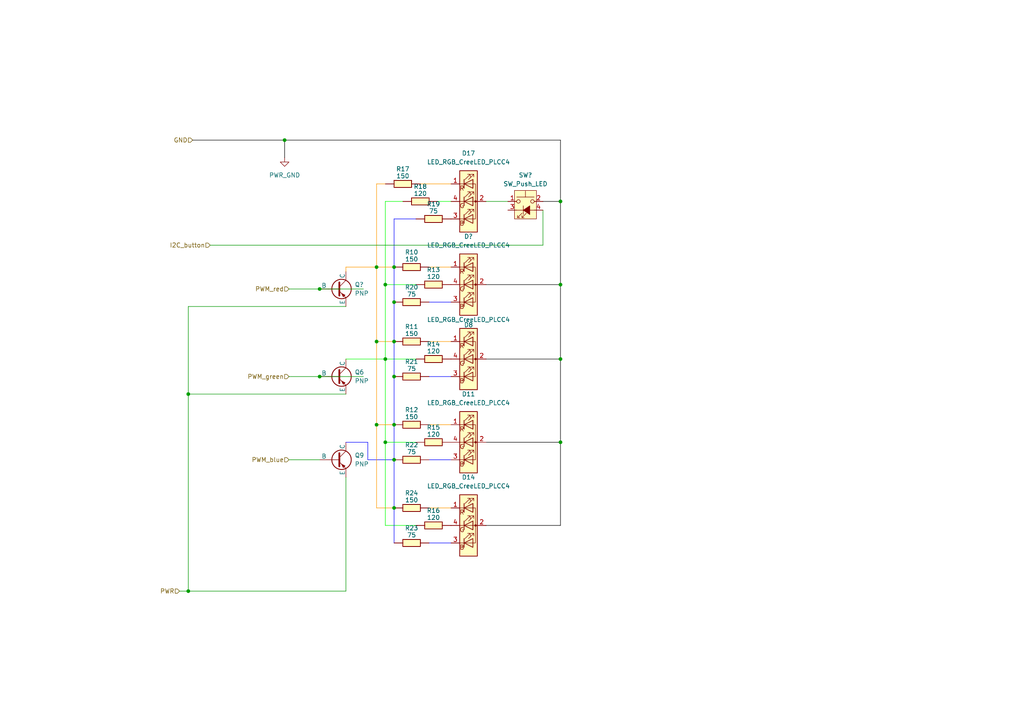
<source format=kicad_sch>
(kicad_sch (version 20231120) (generator "eeschema") (generator_version "8.0")
  (paper "A4")
  (lib_symbols
    (symbol "Fab:LED_RGB_CreeLED_PLCC4" (pin_names (offset 0) hide)
      (property "Reference" "D" (at 0 10.16 0))
      (property "Value" "LED_RGB_CreeLED_PLCC4" (at 0 -10.16 0))
      (symbol "LED_RGB_CreeLED_PLCC4_0_0"
        (text "B" (at -1.905 -6.35 0) (effects (font (size 1.27 1.27))))
        (text "G" (at -1.905 -1.27 0) (effects (font (size 1.27 1.27))))
        (text "R" (at -1.905 3.81 0) (effects (font (size 1.27 1.27))))
      )
      (symbol "LED_RGB_CreeLED_PLCC4_0_1"
        (rectangle (start -2.54 8.89) (end 2.54 -8.89) (stroke (width 0.254)) (fill (type background)))
        (polyline (pts (xy -1.27 -5.08) (xy -2.54 -5.08)))
        (polyline (pts (xy -1.27 -5.08) (xy 1.27 -5.08)))
        (polyline (pts (xy -1.27 -3.81) (xy -1.27 -6.35)))
        (polyline (pts (xy -1.27 -3.81) (xy -1.27 -6.35)) (stroke (width 0.2032)))
        (polyline (pts (xy -1.27 0) (xy -2.54 0)))
        (polyline (pts (xy -1.27 0) (xy 1.27 0)))
        (polyline (pts (xy -1.27 1.27) (xy -1.27 -1.27)) (stroke (width 0.2032)))
        (polyline (pts (xy -1.27 5.08) (xy -2.54 5.08)))
        (polyline (pts (xy -1.27 6.35) (xy -1.27 3.81)) (stroke (width 0.2032)))
        (polyline (pts (xy 1.27 0) (xy 2.54 0)))
        (polyline (pts (xy 1.27 5.08) (xy -1.27 5.08)))
        (polyline (pts (xy -1.27 1.27) (xy -1.27 -1.27) (xy -1.27 -1.27)))
        (polyline (pts (xy -1.27 6.35) (xy -1.27 3.81) (xy -1.27 3.81)))
        (polyline (pts (xy 1.27 -5.08) (xy 2.032 -5.08) (xy 2.032 5.08) (xy 1.27 5.08)))
        (polyline (pts (xy 1.27 -3.81) (xy 1.27 -6.35) (xy -1.27 -5.08) (xy 1.27 -3.81)) (stroke (width 0.2032)))
        (polyline (pts (xy 1.27 1.27) (xy 1.27 -1.27) (xy -1.27 0) (xy 1.27 1.27)) (stroke (width 0.2032)))
        (polyline (pts (xy 1.27 6.35) (xy 1.27 3.81) (xy -1.27 5.08) (xy 1.27 6.35)) (stroke (width 0.2032)))
        (polyline (pts (xy -1.016 -3.81) (xy 0.508 -2.286) (xy -0.254 -2.286) (xy 0.508 -2.286) (xy 0.508 -3.048)))
        (polyline (pts (xy -1.016 1.27) (xy 0.508 2.794) (xy -0.254 2.794) (xy 0.508 2.794) (xy 0.508 2.032)))
        (polyline (pts (xy -1.016 6.35) (xy 0.508 7.874) (xy -0.254 7.874) (xy 0.508 7.874) (xy 0.508 7.112)))
        (polyline (pts (xy 0 -3.81) (xy 1.524 -2.286) (xy 0.762 -2.286) (xy 1.524 -2.286) (xy 1.524 -3.048)))
        (polyline (pts (xy 0 1.27) (xy 1.524 2.794) (xy 0.762 2.794) (xy 1.524 2.794) (xy 1.524 2.032)))
        (polyline (pts (xy 0 6.35) (xy 1.524 7.874) (xy 0.762 7.874) (xy 1.524 7.874) (xy 1.524 7.112)))
        (rectangle (start 1.27 -1.27) (end 1.27 1.27))
        (rectangle (start 1.27 1.27) (end 1.27 1.27))
        (rectangle (start 1.27 3.81) (end 1.27 6.35))
        (rectangle (start 1.27 6.35) (end 1.27 6.35))
        (circle (center 2.032 0) (radius 0.254) (fill (type outline)))
      )
      (symbol "LED_RGB_CreeLED_PLCC4_1_1"
        (pin passive line (at -5.08 5.08 0) (length 2.54) (name "RK") (number "1"))
        (pin passive line (at 5.08 0 180) (length 2.54) (name "A") (number "2"))
        (pin passive line (at -5.08 -5.08 0) (length 2.54) (name "BK") (number "3"))
        (pin passive line (at -5.08 0 0) (length 2.54) (name "GK") (number "4"))
      )
    )
    (symbol "Fab:PWR_GND" (power) (pin_names (offset 0))
      (property "Value" "PWR_GND" (at 0 -3.81 0))
      (symbol "PWR_GND_0_1"
        (polyline (pts (xy 0 0) (xy 0 -1.27) (xy 1.27 -1.27) (xy 0 -2.54) (xy -1.27 -1.27) (xy 0 -1.27)))
      )
      (symbol "PWR_GND_1_1"
        (pin power_in line (at 0 0 270) (length 0) hide (name "PWR_GND") (number "1"))
      )
    )
    (symbol "Fab:R_1206" (pin_numbers hide) (pin_names (offset 0))
      (property "Reference" "R" (at 2.54 0 90))
      (property "Value" "R_1206" (at -2.54 0 90))
      (symbol "R_1206_0_1"
        (rectangle (start -1.016 -2.54) (end 1.016 2.54) (stroke (width 0.254)) (fill (type background)))
      )
      (symbol "R_1206_1_1"
        (pin passive line (at 0 5.08 270) (length 2.54) (name "~") (number "1"))
        (pin passive line (at 0 -5.08 90) (length 2.54) (name "~") (number "2"))
      )
    )
    (symbol "Simulation_SPICE:PNP" (pin_numbers hide) (pin_names (offset 0))
      (property "Reference" "Q" (at -2.54 7.62 0))
      (property "Value" "PNP" (at -2.54 5.08 0))
      (symbol "PNP_0_1"
        (polyline (pts (xy -2.54 0) (xy 0.635 0)) (stroke (width 0.1524)))
        (polyline (pts (xy 0.635 0.635) (xy 2.54 2.54)))
        (polyline (pts (xy 0.635 -0.635) (xy 2.54 -2.54) (xy 2.54 -2.54)))
        (polyline (pts (xy 0.635 1.905) (xy 0.635 -1.905) (xy 0.635 -1.905)) (stroke (width 0.508)))
        (polyline (pts (xy 2.286 -1.778) (xy 1.778 -2.286) (xy 1.27 -1.27) (xy 2.286 -1.778) (xy 2.286 -1.778)) (fill (type outline)))
        (circle (center 1.27 0) (radius 2.8194) (stroke (width 0.254)))
      )
      (symbol "PNP_1_1"
        (pin open_collector line (at 2.54 5.08 270) (length 2.54) (name "C") (number "1"))
        (pin input line (at -5.08 0 0) (length 2.54) (name "B") (number "2"))
        (pin open_emitter line (at 2.54 -5.08 90) (length 2.54) (name "E") (number "3"))
      )
    )
    (symbol "Switch:SW_Push_LED" (pin_names (offset 1.016) hide)
      (property "Reference" "SW" (at 0 7.62 0))
      (property "Value" "SW_Push_LED" (at 0 -3.81 0))
      (symbol "SW_Push_LED_0_0"
        (polyline (pts (xy -2.54 0) (xy 2.54 0)))
        (polyline (pts (xy -2.286 -2.159) (xy -1.016 -0.889)))
        (polyline (pts (xy -1.016 -2.159) (xy 0.254 -0.889)))
        (polyline (pts (xy -0.635 1.27) (xy -0.635 -1.27)))
        (polyline (pts (xy -2.286 -1.524) (xy -2.286 -2.159) (xy -1.651 -2.159)))
        (polyline (pts (xy -1.016 -1.524) (xy -1.016 -2.159) (xy -0.381 -2.159)))
        (polyline (pts (xy -0.635 0) (xy 1.27 1.27) (xy 1.27 -1.27) (xy -0.635 0)) (fill (type outline)))
      )
      (symbol "SW_Push_LED_0_1"
        (circle (center -2.032 2.54) (radius 0.508))
        (polyline (pts (xy 0 3.81) (xy 0 5.588)))
        (polyline (pts (xy 2.54 3.81) (xy -2.54 3.81)))
        (circle (center 2.032 2.54) (radius 0.508))
        (pin passive line (at -5.08 2.54 0) (length 2.54) (name "1") (number "1"))
        (pin passive line (at 5.08 2.54 180) (length 2.54) (name "2") (number "2"))
        (pin passive line (at -5.08 0 0) (length 2.54) (name "K") (number "3"))
        (pin passive line (at 5.08 0 180) (length 2.54) (name "A") (number "4"))
      )
      (symbol "SW_Push_LED_1_1"
        (rectangle (start -3.175 5.715) (end 3.175 -2.54) (fill (type background)))
      )
    )
  )
  (junction (at 109.22 99.06))
  (junction (at 114.3 123.19))
  (junction (at 162.56 58.42))
  (junction (at 111.76 128.27))
  (junction (at 109.22 77.47))
  (junction (at 114.3 109.22))
  (junction (at 111.76 82.55))
  (junction (at 114.3 87.63))
  (junction (at 162.56 82.55))
  (junction (at 54.61 114.3))
  (junction (at 54.61 171.45))
  (junction (at 162.56 104.14))
  (junction (at 114.3 147.32))
  (junction (at 162.56 128.27))
  (junction (at 109.22 123.19))
  (junction (at 114.3 99.06))
  (junction (at 92.71 109.22))
  (junction (at 114.3 77.47))
  (junction (at 111.76 104.14))
  (junction (at 92.71 83.82))
  (junction (at 114.3 133.35))
  (junction (at 82.55 40.64))
  (wire (pts (xy 111.76 128.27) (xy 111.76 152.4)) (stroke (width 0) (color 0 255 0 1)))
  (wire (pts (xy 157.48 71.12) (xy 157.48 60.96)))
  (wire (pts (xy 100.33 171.45) (xy 100.33 138.43)))
  (wire (pts (xy 162.56 128.27) (xy 162.56 152.4)) (stroke (width 0) (color 0 0 0 1)))
  (wire (pts (xy 109.22 99.06) (xy 114.3 99.06)) (stroke (width 0) (color 255 153 0 1)))
  (wire (pts (xy 106.68 133.35) (xy 114.3 133.35)) (stroke (width 0) (color 0 0 255 1)))
  (wire (pts (xy 124.46 133.35) (xy 130.81 133.35)) (stroke (width 0) (color 0 0 255 1)))
  (wire (pts (xy 130.81 58.42) (xy 127 58.42)) (stroke (width 0) (color 0 255 0 1)))
  (wire (pts (xy 124.46 77.47) (xy 130.81 77.47)) (stroke (width 0) (color 255 153 0 1)))
  (wire (pts (xy 140.97 58.42) (xy 147.32 58.42)))
  (wire (pts (xy 109.22 77.47) (xy 114.3 77.47)) (stroke (width 0) (color 255 153 0 1)))
  (wire (pts (xy 100.33 77.47) (xy 109.22 77.47)) (stroke (width 0) (color 255 153 0 1)))
  (wire (pts (xy 162.56 128.27) (xy 140.97 128.27)) (stroke (width 0) (color 0 0 0 1)))
  (wire (pts (xy 114.3 77.47) (xy 114.3 87.63)) (stroke (width 0) (color 0 0 255 1)))
  (wire (pts (xy 83.82 83.82) (xy 92.71 83.82)))
  (wire (pts (xy 54.61 171.45) (xy 54.61 114.3)))
  (wire (pts (xy 52.07 171.45) (xy 54.61 171.45)))
  (wire (pts (xy 114.3 123.19) (xy 114.3 133.35)) (stroke (width 0) (color 0 0 255 1)))
  (wire (pts (xy 105.41 109.22) (xy 92.71 109.22)))
  (wire (pts (xy 54.61 171.45) (xy 100.33 171.45)))
  (wire (pts (xy 124.46 87.63) (xy 130.81 87.63)) (stroke (width 0) (color 0 0 255 1)))
  (wire (pts (xy 106.68 128.27) (xy 106.68 133.35)) (stroke (width 0) (color 0 0 255 1)))
  (wire (pts (xy 54.61 114.3) (xy 54.61 88.9)))
  (wire (pts (xy 114.3 63.5) (xy 114.3 77.47)) (stroke (width 0) (color 0 0 255 1)))
  (wire (pts (xy 109.22 123.19) (xy 109.22 99.06)) (stroke (width 0) (color 255 153 0 1)))
  (wire (pts (xy 100.33 78.74) (xy 100.33 77.47)) (stroke (width 0) (color 255 153 0 1)))
  (wire (pts (xy 111.76 104.14) (xy 111.76 128.27)) (stroke (width 0) (color 0 255 0 1)))
  (wire (pts (xy 83.82 109.22) (xy 92.71 109.22)))
  (wire (pts (xy 120.65 63.5) (xy 114.3 63.5)) (stroke (width 0) (color 0 0 255 1)))
  (wire (pts (xy 109.22 123.19) (xy 114.3 123.19)) (stroke (width 0) (color 255 153 0 1)))
  (wire (pts (xy 83.82 133.35) (xy 92.71 133.35)))
  (wire (pts (xy 114.3 147.32) (xy 109.22 147.32)) (stroke (width 0) (color 255 153 0 1)))
  (wire (pts (xy 140.97 104.14) (xy 162.56 104.14)) (stroke (width 0) (color 0 0 0 1)))
  (wire (pts (xy 114.3 99.06) (xy 114.3 109.22)) (stroke (width 0) (color 0 0 255 1)))
  (wire (pts (xy 114.3 109.22) (xy 114.3 123.19)) (stroke (width 0) (color 0 0 255 1)))
  (wire (pts (xy 140.97 82.55) (xy 162.56 82.55)) (stroke (width 0) (color 0 0 0 1)))
  (wire (pts (xy 121.92 53.34) (xy 130.81 53.34)) (stroke (width 0) (color 255 153 0 1)))
  (wire (pts (xy 111.76 104.14) (xy 120.65 104.14)) (stroke (width 0) (color 0 255 0 1)))
  (wire (pts (xy 55.88 40.64) (xy 82.55 40.64)) (stroke (width 0) (color 0 0 0 1)))
  (wire (pts (xy 114.3 133.35) (xy 114.3 147.32)) (stroke (width 0) (color 0 0 255 1)))
  (wire (pts (xy 162.56 104.14) (xy 162.56 128.27)) (stroke (width 0) (color 0 0 0 1)))
  (wire (pts (xy 109.22 53.34) (xy 109.22 77.47)) (stroke (width 0) (color 255 153 0 1)))
  (wire (pts (xy 124.46 157.48) (xy 130.81 157.48)) (stroke (width 0) (color 0 0 255 1)))
  (wire (pts (xy 54.61 88.9) (xy 100.33 88.9)))
  (wire (pts (xy 109.22 99.06) (xy 109.22 77.47)) (stroke (width 0) (color 255 153 0 1)))
  (wire (pts (xy 124.46 109.22) (xy 130.81 109.22)) (stroke (width 0) (color 0 0 255 1)))
  (wire (pts (xy 130.81 147.32) (xy 124.46 147.32)) (stroke (width 0) (color 255 153 0 1)))
  (wire (pts (xy 82.55 40.64) (xy 162.56 40.64)) (stroke (width 0) (color 0 0 0 1)))
  (wire (pts (xy 109.22 147.32) (xy 109.22 123.19)) (stroke (width 0) (color 255 153 0 1)))
  (wire (pts (xy 54.61 114.3) (xy 100.33 114.3)))
  (wire (pts (xy 162.56 152.4) (xy 140.97 152.4)) (stroke (width 0) (color 0 0 0 1)))
  (wire (pts (xy 111.76 58.42) (xy 111.76 82.55)) (stroke (width 0) (color 0 255 0 1)))
  (wire (pts (xy 162.56 58.42) (xy 162.56 82.55)) (stroke (width 0) (color 0 0 0 1)))
  (wire (pts (xy 60.96 71.12) (xy 157.48 71.12)))
  (wire (pts (xy 109.22 53.34) (xy 111.76 53.34)) (stroke (width 0) (color 255 153 0 1)))
  (wire (pts (xy 114.3 147.32) (xy 114.3 157.48)) (stroke (width 0) (color 0 0 255 1)))
  (wire (pts (xy 100.33 128.27) (xy 106.68 128.27)) (stroke (width 0) (color 0 0 255 1)))
  (wire (pts (xy 116.84 58.42) (xy 111.76 58.42)) (stroke (width 0) (color 0 255 0 1)))
  (wire (pts (xy 111.76 82.55) (xy 120.65 82.55)) (stroke (width 0) (color 0 255 0 1)))
  (wire (pts (xy 82.55 40.64) (xy 82.55 45.72)) (stroke (width 0) (color 0 0 0 1)))
  (wire (pts (xy 162.56 82.55) (xy 162.56 104.14)) (stroke (width 0) (color 0 0 0 1)))
  (wire (pts (xy 124.46 123.19) (xy 130.81 123.19)) (stroke (width 0) (color 255 153 0 1)))
  (wire (pts (xy 111.76 82.55) (xy 111.76 104.14)) (stroke (width 0) (color 0 255 0 1)))
  (wire (pts (xy 157.48 58.42) (xy 162.56 58.42)) (stroke (width 0) (color 0 0 0 1)))
  (wire (pts (xy 162.56 40.64) (xy 162.56 58.42)) (stroke (width 0) (color 0 0 0 1)))
  (wire (pts (xy 111.76 128.27) (xy 120.65 128.27)) (stroke (width 0) (color 0 255 0 1)))
  (wire (pts (xy 124.46 99.06) (xy 130.81 99.06)) (stroke (width 0) (color 255 153 0 1)))
  (wire (pts (xy 111.76 152.4) (xy 120.65 152.4)) (stroke (width 0) (color 0 255 0 1)))
  (wire (pts (xy 114.3 87.63) (xy 114.3 99.06)) (stroke (width 0) (color 0 0 255 1)))
  (wire (pts (xy 100.33 104.14) (xy 111.76 104.14)) (stroke (width 0) (color 0 255 0 1)))
  (wire (pts (xy 105.41 83.82) (xy 92.71 83.82)))
  (hierarchical_label "PWR" (shape input) (at 52.07 171.45 180))
  (hierarchical_label "PWM_red" (shape input) (at 83.82 83.82 180))
  (hierarchical_label "I2C_button" (shape input) (at 60.96 71.12 180))
  (hierarchical_label "PWM_blue" (shape input) (at 83.82 133.35 180))
  (hierarchical_label "GND" (shape input) (at 55.88 40.64 180))
  (hierarchical_label "PWM_green" (shape input) (at 83.82 109.22 180))
  (symbol (lib_id "Fab:R_1206") (at 119.38 147.32 90) (unit 1)
    (property "Reference" "R24" (at 119.38 143.002 90))
    (property "Value" "150" (at 119.38 145.034 90))
    (property "Footprint" "fab:R_1206" (effects (hide yes)))
    (property "Description" "Resistor" (effects (hide yes)))
  )
  (symbol (lib_id "Fab:R_1206") (at 119.38 109.22 90) (unit 1)
    (property "Reference" "R21" (at 119.38 104.902 90))
    (property "Value" "75" (at 119.38 106.934 90))
    (property "Footprint" "fab:R_1206" (effects (hide yes)))
    (property "Description" "Resistor" (effects (hide yes)))
  )
  (symbol (lib_id "Fab:R_1206") (at 116.84 53.34 90) (unit 1)
    (property "Reference" "R17" (at 116.84 49.022 90))
    (property "Value" "150" (at 116.84 51.054 90))
    (property "Footprint" "fab:R_1206" (effects (hide yes)))
    (property "Description" "Resistor" (effects (hide yes)))
  )
  (symbol (lib_id "Fab:LED_RGB_CreeLED_PLCC4") (at 135.89 128.27 0) (unit 1)
    (property "Reference" "D11" (at 135.89 114.3 0))
    (property "Value" "LED_RGB_CreeLED_PLCC4" (at 135.89 116.84 0))
    (property "Footprint" "fab:LED_RGB_CreeLED_CLV1A-FKB" (effects (hide yes)))
    (property "Datasheet" "https://assets.cree-led.com/a/ds/h/HB-CLV1A-FKB.pdf" (effects (hide yes)))
    (property "Description" "LED RGB 4PLCC SMD" (effects (hide yes)))
  )
  (symbol (lib_id "Fab:R_1206") (at 125.73 63.5 90) (unit 1)
    (property "Reference" "R19" (at 125.73 59.182 90))
    (property "Value" "75" (at 125.73 61.214 90))
    (property "Footprint" "fab:R_1206" (effects (hide yes)))
    (property "Description" "Resistor" (effects (hide yes)))
  )
  (symbol (lib_id "Fab:LED_RGB_CreeLED_PLCC4") (at 135.89 82.55 0) (unit 1)
    (property "Reference" "D?" (at 135.89 68.58 0))
    (property "Value" "LED_RGB_CreeLED_PLCC4" (at 135.89 71.12 0))
    (property "Footprint" "fab:LED_RGB_CreeLED_CLV1A-FKB" (effects (hide yes)))
    (property "Datasheet" "https://assets.cree-led.com/a/ds/h/HB-CLV1A-FKB.pdf" (effects (hide yes)))
    (property "Description" "LED RGB 4PLCC SMD" (effects (hide yes)))
  )
  (symbol (lib_id "Fab:R_1206") (at 119.38 157.48 90) (unit 1)
    (property "Reference" "R23" (at 119.38 153.162 90))
    (property "Value" "75" (at 119.38 155.194 90))
    (property "Footprint" "fab:R_1206" (effects (hide yes)))
    (property "Description" "Resistor" (effects (hide yes)))
  )
  (symbol (lib_id "Fab:LED_RGB_CreeLED_PLCC4") (at 135.89 104.14 0) (unit 1)
    (property "Reference" "D8" (at 135.89 94.234 0))
    (property "Value" "LED_RGB_CreeLED_PLCC4" (at 135.89 92.71 0))
    (property "Footprint" "fab:LED_RGB_CreeLED_CLV1A-FKB" (effects (hide yes)))
    (property "Datasheet" "https://assets.cree-led.com/a/ds/h/HB-CLV1A-FKB.pdf" (effects (hide yes)))
    (property "Description" "LED RGB 4PLCC SMD" (effects (hide yes)))
  )
  (symbol (lib_id "Fab:R_1206") (at 119.38 123.19 90) (unit 1)
    (property "Reference" "R12" (at 119.38 118.872 90))
    (property "Value" "150" (at 119.38 120.904 90))
    (property "Footprint" "fab:R_1206" (effects (hide yes)))
    (property "Description" "Resistor" (effects (hide yes)))
  )
  (symbol (lib_id "Fab:R_1206") (at 125.73 82.55 90) (unit 1)
    (property "Reference" "R13" (at 125.73 78.232 90))
    (property "Value" "120" (at 125.73 80.264 90))
    (property "Footprint" "fab:R_1206" (effects (hide yes)))
    (property "Description" "Resistor" (effects (hide yes)))
  )
  (symbol (lib_id "Fab:R_1206") (at 119.38 133.35 90) (unit 1)
    (property "Reference" "R22" (at 119.38 129.032 90))
    (property "Value" "75" (at 119.38 131.064 90))
    (property "Footprint" "fab:R_1206" (effects (hide yes)))
    (property "Description" "Resistor" (effects (hide yes)))
  )
  (symbol (lib_id "Fab:LED_RGB_CreeLED_PLCC4") (at 135.89 152.4 0) (unit 1)
    (property "Reference" "D14" (at 135.89 138.43 0))
    (property "Value" "LED_RGB_CreeLED_PLCC4" (at 135.89 140.97 0))
    (property "Footprint" "fab:LED_RGB_CreeLED_CLV1A-FKB" (effects (hide yes)))
    (property "Datasheet" "https://assets.cree-led.com/a/ds/h/HB-CLV1A-FKB.pdf" (effects (hide yes)))
    (property "Description" "LED RGB 4PLCC SMD" (effects (hide yes)))
  )
  (symbol (lib_id "Fab:R_1206") (at 125.73 152.4 90) (unit 1)
    (property "Reference" "R16" (at 125.73 148.082 90))
    (property "Value" "120" (at 125.73 150.114 90))
    (property "Footprint" "fab:R_1206" (effects (hide yes)))
    (property "Description" "Resistor" (effects (hide yes)))
  )
  (symbol (lib_id "Fab:LED_RGB_CreeLED_PLCC4") (at 135.89 58.42 0) (unit 1)
    (property "Reference" "D17" (at 135.89 44.45 0))
    (property "Value" "LED_RGB_CreeLED_PLCC4" (at 135.89 46.99 0))
    (property "Footprint" "fab:LED_RGB_CreeLED_CLV1A-FKB" (effects (hide yes)))
    (property "Datasheet" "https://assets.cree-led.com/a/ds/h/HB-CLV1A-FKB.pdf" (effects (hide yes)))
    (property "Description" "LED RGB 4PLCC SMD" (effects (hide yes)))
  )
  (symbol (lib_id "Fab:R_1206") (at 119.38 87.63 90) (unit 1)
    (property "Reference" "R20" (at 119.38 83.312 90))
    (property "Value" "75" (at 119.38 85.344 90))
    (property "Footprint" "fab:R_1206" (effects (hide yes)))
    (property "Description" "Resistor" (effects (hide yes)))
  )
  (symbol (lib_id "Switch:SW_Push_LED") (at 152.4 60.96 0) (unit 1)
    (property "Reference" "SW?" (at 152.4 50.8 0))
    (property "Value" "SW_Push_LED" (at 152.4 53.34 0))
    (property "Description" "Push button switch with LED, generic" (effects (hide yes)))
  )
  (symbol (lib_id "Fab:R_1206") (at 125.73 128.27 90) (unit 1)
    (property "Reference" "R15" (at 125.73 123.952 90))
    (property "Value" "120" (at 125.73 125.984 90))
    (property "Footprint" "fab:R_1206" (effects (hide yes)))
    (property "Description" "Resistor" (effects (hide yes)))
  )
  (symbol (lib_id "Fab:R_1206") (at 119.38 99.06 90) (unit 1)
    (property "Reference" "R11" (at 119.38 94.742 90))
    (property "Value" "150" (at 119.38 96.774 90))
    (property "Footprint" "fab:R_1206" (effects (hide yes)))
    (property "Description" "Resistor" (effects (hide yes)))
  )
  (symbol (lib_id "Fab:R_1206") (at 119.38 77.47 90) (unit 1)
    (property "Reference" "R10" (at 119.38 73.152 90))
    (property "Value" "150" (at 119.38 75.184 90))
    (property "Footprint" "fab:R_1206" (effects (hide yes)))
    (property "Description" "Resistor" (effects (hide yes)))
  )
  (symbol (lib_id "Simulation_SPICE:PNP") (at 97.79 109.22 0) (unit 1)
    (property "Reference" "Q6" (at 102.87 107.9499 0) (effects (justify left)))
    (property "Value" "PNP" (at 102.87 110.4899 0) (effects (justify left)))
    (property "Datasheet" "https://ngspice.sourceforge.io/docs/ngspice-html-manual/manual.xhtml#cha_BJTs" (effects (hide yes)))
    (property "Description" "Bipolar transistor symbol for simulation only, substrate tied to the emitter" (effects (hide yes)))
    (property "Sim.Device" "PNP" (effects (hide yes)))
    (property "Sim.Type" "GUMMELPOON" (effects (hide yes)))
    (property "Sim.Pins" "1=C 2=B 3=E" (effects (hide yes)))
  )
  (symbol (lib_id "Fab:PWR_GND") (at 82.55 45.72 0) (unit 1)
    (property "Reference" "#PWR?" (effects (hide yes)))
    (property "Value" "PWR_GND" (at 82.55 50.8 0))
    (property "Description" "Power symbol creates a global label with name \"GND\" , ground" (effects (hide yes)))
  )
  (symbol (lib_id "Simulation_SPICE:PNP") (at 97.79 83.82 0) (unit 1)
    (property "Reference" "Q?" (at 102.87 82.5499 0) (effects (justify left)))
    (property "Value" "PNP" (at 102.87 85.0899 0) (effects (justify left)))
    (property "Datasheet" "https://ngspice.sourceforge.io/docs/ngspice-html-manual/manual.xhtml#cha_BJTs" (effects (hide yes)))
    (property "Description" "Bipolar transistor symbol for simulation only, substrate tied to the emitter" (effects (hide yes)))
    (property "Sim.Device" "PNP" (effects (hide yes)))
    (property "Sim.Type" "GUMMELPOON" (effects (hide yes)))
    (property "Sim.Pins" "1=C 2=B 3=E" (effects (hide yes)))
  )
  (symbol (lib_id "Fab:R_1206") (at 121.92 58.42 90) (unit 1)
    (property "Reference" "R18" (at 121.92 54.102 90))
    (property "Value" "120" (at 121.92 56.134 90))
    (property "Footprint" "fab:R_1206" (effects (hide yes)))
    (property "Description" "Resistor" (effects (hide yes)))
  )
  (symbol (lib_id "Simulation_SPICE:PNP") (at 97.79 133.35 0) (unit 1)
    (property "Reference" "Q9" (at 102.87 132.0799 0) (effects (justify left)))
    (property "Value" "PNP" (at 102.87 134.6199 0) (effects (justify left)))
    (property "Datasheet" "https://ngspice.sourceforge.io/docs/ngspice-html-manual/manual.xhtml#cha_BJTs" (effects (hide yes)))
    (property "Description" "Bipolar transistor symbol for simulation only, substrate tied to the emitter" (effects (hide yes)))
    (property "Sim.Device" "PNP" (effects (hide yes)))
    (property "Sim.Type" "GUMMELPOON" (effects (hide yes)))
    (property "Sim.Pins" "1=C 2=B 3=E" (effects (hide yes)))
  )
  (symbol (lib_id "Fab:R_1206") (at 125.73 104.14 90) (unit 1)
    (property "Reference" "R14" (at 125.73 99.822 90))
    (property "Value" "120" (at 125.73 101.854 90))
    (property "Footprint" "fab:R_1206" (effects (hide yes)))
    (property "Description" "Resistor" (effects (hide yes)))
  )
)
</source>
